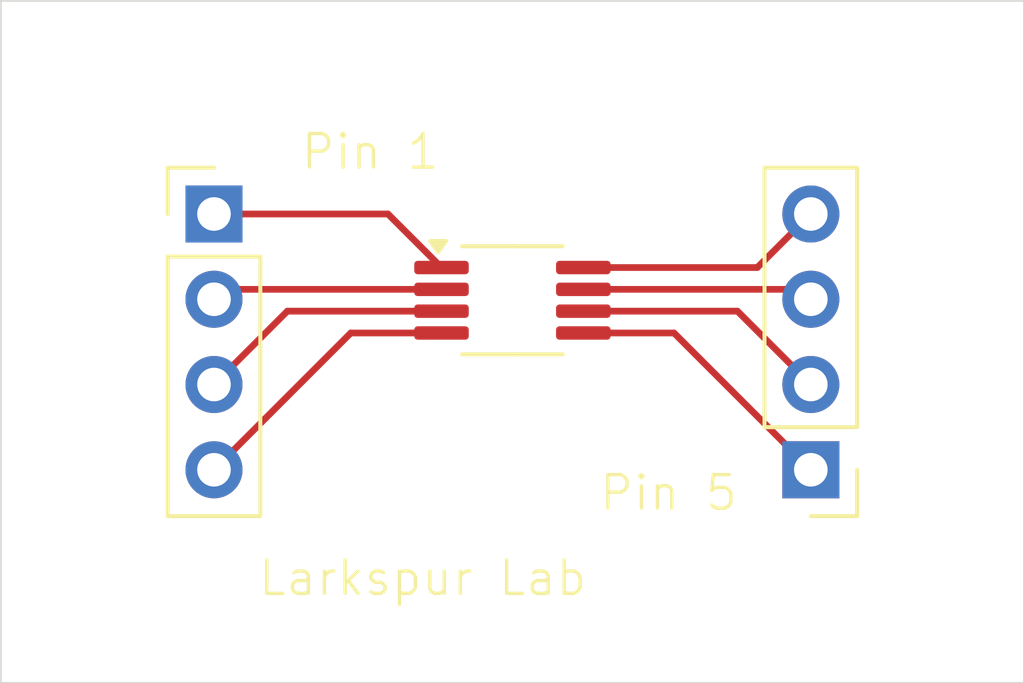
<source format=kicad_pcb>
(kicad_pcb (version 20241229) (generator "pcbnew") (generator_version "9.0")
  (layers (0 "F.Cu" signal) (2 "B.Cu" signal) (13 "F.Paste" user) (15 "B.Paste" user) (5 "F.SilkS" user "F.Silkscreen") (7 "B.SilkS" user "B.Silkscreen") (1 "F.Mask" user) (3 "B.Mask" user) (25 "Edge.Cuts" user))
  (net 0 "")
  (net 1 "Pin 2")
  (net 2 "Pin 1")
  (net 3 "Pin 3")
  (net 4 "Pin 4")
  (net 5 "Pin 5")
  (net 6 "Pin 8")
  (net 7 "Pin 6")
  (net 8 "Pin 7")
  (footprint "Connector_PinHeader_2.54mm:PinHeader_1x04_P2.54mm_Vertical" (layer "F.Cu") (at 163.83 97.79 180)
    (property "Reference" "J2" (hide yes))
    (property "Value" "Conn_01x04_Pin" (hide yes))
    (fp_line (start 1.38 1.27) (end 1.38 9) (stroke (width 0.12)) (layer "F.SilkS"))
    (fp_line (start -1.38 9) (end 1.38 9) (stroke (width 0.12)) (layer "F.SilkS"))
    (fp_line (start -1.38 1.27) (end 1.38 1.27) (stroke (width 0.12)) (layer "F.SilkS"))
    (fp_line (start -1.38 1.27) (end -1.38 9) (stroke (width 0.12)) (layer "F.SilkS"))
    (fp_line (start -1.38 0) (end -1.38 -1.38) (stroke (width 0.12)) (layer "F.SilkS"))
    (fp_line (start -1.38 -1.38) (end 0 -1.38) (stroke (width 0.12)) (layer "F.SilkS"))
    (pad "1" thru_hole rect (at 0 0 180) (size 1.7 1.7) (drill 1) (layers "*.Cu" "*.Mask") (net 5 "Pin 5"))
    (pad "2" thru_hole circle (at 0 2.54 180) (size 1.7 1.7) (drill 1) (layers "*.Cu" "*.Mask") (net 7 "Pin 6"))
    (pad "3" thru_hole circle (at 0 5.08 180) (size 1.7 1.7) (drill 1) (layers "*.Cu" "*.Mask") (net 8 "Pin 7"))
    (pad "4" thru_hole circle (at 0 7.62 180) (size 1.7 1.7) (drill 1) (layers "*.Cu" "*.Mask") (net 6 "Pin 8"))
  )
  (footprint "Connector_PinHeader_2.54mm:PinHeader_1x04_P2.54mm_Vertical" (layer "F.Cu") (at 146.05 90.17)
    (property "Reference" "J1" (hide yes))
    (property "Value" "Conn_01x04_Pin" (hide yes))
    (fp_line (start -1.38 -1.38) (end 0 -1.38) (stroke (width 0.12)) (layer "F.SilkS"))
    (fp_line (start -1.38 0) (end -1.38 -1.38) (stroke (width 0.12)) (layer "F.SilkS"))
    (fp_line (start -1.38 1.27) (end -1.38 9) (stroke (width 0.12)) (layer "F.SilkS"))
    (fp_line (start -1.38 1.27) (end 1.38 1.27) (stroke (width 0.12)) (layer "F.SilkS"))
    (fp_line (start -1.38 9) (end 1.38 9) (stroke (width 0.12)) (layer "F.SilkS"))
    (fp_line (start 1.38 1.27) (end 1.38 9) (stroke (width 0.12)) (layer "F.SilkS"))
    (pad "1" thru_hole rect (at 0 0) (size 1.7 1.7) (drill 1) (layers "*.Cu" "*.Mask") (net 2 "Pin 1"))
    (pad "2" thru_hole circle (at 0 2.54) (size 1.7 1.7) (drill 1) (layers "*.Cu" "*.Mask") (net 1 "Pin 2"))
    (pad "3" thru_hole circle (at 0 5.08) (size 1.7 1.7) (drill 1) (layers "*.Cu" "*.Mask") (net 3 "Pin 3"))
    (pad "4" thru_hole circle (at 0 7.62) (size 1.7 1.7) (drill 1) (layers "*.Cu" "*.Mask") (net 4 "Pin 4"))
  )
  (footprint "Package_SO:MSOP-8_3x3mm_P0.65mm" (layer "F.Cu") (at 154.94 92.74)
    (property "Reference" "U1" (hide yes))
    (property "Value" "MCP9808_MSOP" (hide yes))
    (fp_line (start 0 -1.61) (end -1.5 -1.61) (stroke (width 0.12)) (layer "F.SilkS"))
    (fp_line (start 0 -1.61) (end 1.5 -1.61) (stroke (width 0.12)) (layer "F.SilkS"))
    (fp_line (start 0 1.61) (end -1.5 1.61) (stroke (width 0.12)) (layer "F.SilkS"))
    (fp_line (start 0 1.61) (end 1.5 1.61) (stroke (width 0.12)) (layer "F.SilkS"))
    (fp_poly (pts (xy -2.2125 -1.435) (xy -2.4525 -1.765) (xy -1.9725 -1.765)) (stroke (width 0.12)) (fill yes) (layer "F.SilkS"))
    (pad "1" smd roundrect (at -2.1125 -0.975) (size 1.625 0.4) (layers "F.Cu" "F.Mask" "F.Paste") (net 2 "Pin 1"))
    (pad "2" smd roundrect (at -2.1125 -0.325) (size 1.625 0.4) (layers "F.Cu" "F.Mask" "F.Paste") (net 1 "Pin 2"))
    (pad "3" smd roundrect (at -2.1125 0.325) (size 1.625 0.4) (layers "F.Cu" "F.Mask" "F.Paste") (net 3 "Pin 3"))
    (pad "4" smd roundrect (at -2.1125 0.975) (size 1.625 0.4) (layers "F.Cu" "F.Mask" "F.Paste") (net 4 "Pin 4"))
    (pad "5" smd roundrect (at 2.1125 0.975) (size 1.625 0.4) (layers "F.Cu" "F.Mask" "F.Paste") (net 5 "Pin 5"))
    (pad "6" smd roundrect (at 2.1125 0.325) (size 1.625 0.4) (layers "F.Cu" "F.Mask" "F.Paste") (net 7 "Pin 6"))
    (pad "7" smd roundrect (at 2.1125 -0.325) (size 1.625 0.4) (layers "F.Cu" "F.Mask" "F.Paste") (net 8 "Pin 7"))
    (pad "8" smd roundrect (at 2.1125 -0.975) (size 1.625 0.4) (layers "F.Cu" "F.Mask" "F.Paste") (net 6 "Pin 8"))
  )
  (gr_rect (start 139.7 83.82) (end 170.18 104.14) (stroke (width 0.05)) (fill no) (layer "Edge.Cuts"))
  (gr_text "Pin 1" (at 148.59 88.9 0) (layer "F.SilkS") (effects (font (size 1 1) (thickness 0.1)) (justify left bottom)))
  (gr_text "Pin 5" (at 157.48 99.06 0) (layer "F.SilkS") (effects (font (size 1 1) (thickness 0.1)) (justify left bottom)))
  (gr_text "Larkspur Lab" (at 147.32 101.6 0) (layer "F.SilkS") (effects (font (size 1 1) (thickness 0.1)) (justify left bottom)))
  (segment (start 146.345 92.415) (end 146.05 92.71) (width 0.2) (layer "F.Cu") (net 1))
  (segment (start 152.8275 92.415) (end 146.345 92.415) (width 0.2) (layer "F.Cu") (net 1))
  (segment (start 151.2325 90.17) (end 152.8275 91.765) (width 0.2) (layer "F.Cu") (net 2))
  (segment (start 146.05 90.17) (end 151.2325 90.17) (width 0.2) (layer "F.Cu") (net 2))
  (segment (start 148.235 93.065) (end 146.05 95.25) (width 0.2) (layer "F.Cu") (net 3))
  (segment (start 152.8275 93.065) (end 148.235 93.065) (width 0.2) (layer "F.Cu") (net 3))
  (segment (start 152.8275 93.715) (end 150.125 93.715) (width 0.2) (layer "F.Cu") (net 4))
  (segment (start 150.125 93.715) (end 146.05 97.79) (width 0.2) (layer "F.Cu") (net 4))
  (segment (start 159.755 93.715) (end 163.83 97.79) (width 0.2) (layer "F.Cu") (net 5))
  (segment (start 157.0525 93.715) (end 159.755 93.715) (width 0.2) (layer "F.Cu") (net 5))
  (segment (start 162.235 91.765) (end 163.83 90.17) (width 0.2) (layer "F.Cu") (net 6))
  (segment (start 157.0525 91.765) (end 162.235 91.765) (width 0.2) (layer "F.Cu") (net 6))
  (segment (start 161.645 93.065) (end 163.83 95.25) (width 0.2) (layer "F.Cu") (net 7))
  (segment (start 157.0525 93.065) (end 161.645 93.065) (width 0.2) (layer "F.Cu") (net 7))
  (segment (start 157.0525 92.415) (end 163.535 92.415) (width 0.2) (layer "F.Cu") (net 8))
  (segment (start 163.535 92.415) (end 163.83 92.71) (width 0.2) (layer "F.Cu") (net 8))
)
</source>
